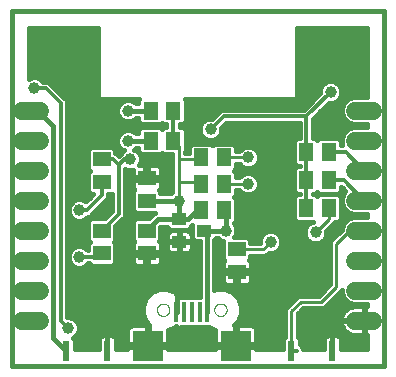
<source format=gbl>
G75*
%MOIN*%
%OFA0B0*%
%FSLAX25Y25*%
%IPPOS*%
%LPD*%
%AMOC8*
5,1,8,0,0,1.08239X$1,22.5*
%
%ADD10C,0.01600*%
%ADD11R,0.04724X0.04000*%
%ADD12R,0.01575X0.06890*%
%ADD13R,0.10000X0.10000*%
%ADD14C,0.00000*%
%ADD15C,0.06000*%
%ADD16R,0.05906X0.05118*%
%ADD17R,0.05118X0.05906*%
%ADD18R,0.02362X0.06693*%
%ADD19C,0.03962*%
%ADD20C,0.01200*%
%ADD21C,0.01000*%
D10*
X0008250Y0005000D02*
X0008250Y0123110D01*
X0132266Y0123110D01*
X0132266Y0005000D01*
X0008250Y0005000D01*
X0022000Y0014360D02*
X0022000Y0085000D01*
X0017000Y0090000D01*
X0014500Y0090000D01*
X0022398Y0097714D02*
X0037000Y0097714D01*
X0037000Y0099312D02*
X0020799Y0099312D01*
X0020411Y0099700D02*
X0018614Y0099700D01*
X0017779Y0100536D01*
X0016462Y0101081D01*
X0015038Y0101081D01*
X0013850Y0100589D01*
X0013850Y0117510D01*
X0037000Y0117510D01*
X0037000Y0093750D01*
X0050485Y0093750D01*
X0050351Y0093615D01*
X0050351Y0092400D01*
X0049664Y0092400D01*
X0049029Y0093036D01*
X0047712Y0093581D01*
X0046288Y0093581D01*
X0044971Y0093036D01*
X0043964Y0092029D01*
X0043419Y0090712D01*
X0043419Y0089288D01*
X0043964Y0087971D01*
X0044971Y0086964D01*
X0046288Y0086419D01*
X0047712Y0086419D01*
X0049029Y0086964D01*
X0049664Y0087600D01*
X0050351Y0087600D01*
X0050351Y0086384D01*
X0051288Y0085447D01*
X0057732Y0085447D01*
X0058250Y0085966D01*
X0058768Y0085447D01*
X0059790Y0085447D01*
X0059790Y0084553D01*
X0058768Y0084553D01*
X0058250Y0084034D01*
X0057732Y0084553D01*
X0051288Y0084553D01*
X0050351Y0083615D01*
X0050351Y0082400D01*
X0049664Y0082400D01*
X0049029Y0083036D01*
X0047712Y0083581D01*
X0046288Y0083581D01*
X0044971Y0083036D01*
X0043964Y0082029D01*
X0043419Y0080712D01*
X0043419Y0079288D01*
X0043964Y0077971D01*
X0044971Y0076964D01*
X0045539Y0076729D01*
X0044589Y0075779D01*
X0044534Y0075645D01*
X0043875Y0074986D01*
X0042911Y0075950D01*
X0042803Y0075950D01*
X0042803Y0076962D01*
X0041865Y0077899D01*
X0034634Y0077899D01*
X0033697Y0076962D01*
X0033697Y0070518D01*
X0034216Y0070000D01*
X0033697Y0069482D01*
X0033697Y0063038D01*
X0034634Y0062101D01*
X0035365Y0062101D01*
X0032977Y0059713D01*
X0032779Y0059911D01*
X0031462Y0060456D01*
X0030038Y0060456D01*
X0028721Y0059911D01*
X0027714Y0058904D01*
X0027169Y0057587D01*
X0027169Y0056163D01*
X0027714Y0054846D01*
X0028721Y0053839D01*
X0030038Y0053294D01*
X0031462Y0053294D01*
X0032779Y0053839D01*
X0033614Y0054675D01*
X0034161Y0054675D01*
X0035450Y0055964D01*
X0040450Y0060964D01*
X0040450Y0062101D01*
X0041675Y0062101D01*
X0041675Y0056526D01*
X0039298Y0054149D01*
X0034634Y0054149D01*
X0033697Y0053212D01*
X0033697Y0046768D01*
X0034216Y0046250D01*
X0033697Y0045732D01*
X0033697Y0043450D01*
X0033614Y0043450D01*
X0032779Y0044286D01*
X0031462Y0044831D01*
X0030038Y0044831D01*
X0028721Y0044286D01*
X0027714Y0043279D01*
X0027169Y0041962D01*
X0027169Y0040538D01*
X0027714Y0039221D01*
X0028721Y0038214D01*
X0030038Y0037669D01*
X0031462Y0037669D01*
X0032779Y0038214D01*
X0033614Y0039050D01*
X0033935Y0039050D01*
X0034634Y0038351D01*
X0041865Y0038351D01*
X0042803Y0039288D01*
X0042803Y0045732D01*
X0042284Y0046250D01*
X0042803Y0046768D01*
X0042803Y0051432D01*
X0044786Y0053415D01*
X0046075Y0054704D01*
X0046075Y0070516D01*
X0046913Y0070169D01*
X0048337Y0070169D01*
X0048497Y0070235D01*
X0048497Y0067970D01*
X0052770Y0067970D01*
X0052770Y0067011D01*
X0048497Y0067011D01*
X0048497Y0064694D01*
X0048620Y0064236D01*
X0048857Y0063826D01*
X0049074Y0063609D01*
X0048697Y0063232D01*
X0048697Y0056788D01*
X0049634Y0055851D01*
X0055824Y0055851D01*
X0055641Y0055775D01*
X0054015Y0054149D01*
X0049634Y0054149D01*
X0048697Y0053212D01*
X0048697Y0046768D01*
X0049074Y0046391D01*
X0048857Y0046174D01*
X0048620Y0045764D01*
X0048497Y0045306D01*
X0048497Y0042989D01*
X0052770Y0042989D01*
X0052770Y0042030D01*
X0048497Y0042030D01*
X0048497Y0039714D01*
X0048620Y0039256D01*
X0048857Y0038846D01*
X0049192Y0038510D01*
X0049602Y0038273D01*
X0050060Y0038151D01*
X0052770Y0038151D01*
X0052770Y0042030D01*
X0053730Y0042030D01*
X0053730Y0042989D01*
X0058003Y0042989D01*
X0058003Y0045306D01*
X0057880Y0045764D01*
X0057643Y0046174D01*
X0057426Y0046391D01*
X0057803Y0046768D01*
X0057803Y0051149D01*
X0057994Y0051340D01*
X0060115Y0051340D01*
X0060115Y0051077D01*
X0061052Y0050140D01*
X0067102Y0050140D01*
X0068039Y0051077D01*
X0068039Y0051577D01*
X0068350Y0051706D01*
X0068461Y0051817D01*
X0068461Y0047337D01*
X0069398Y0046400D01*
X0070968Y0046400D01*
X0070968Y0027860D01*
X0064748Y0027860D01*
X0064614Y0027937D01*
X0064156Y0028060D01*
X0063976Y0028060D01*
X0062593Y0029444D01*
X0060069Y0030489D01*
X0057337Y0030489D01*
X0054813Y0029444D01*
X0052881Y0027512D01*
X0051836Y0024988D01*
X0051836Y0022256D01*
X0052881Y0019732D01*
X0054121Y0018493D01*
X0053966Y0018493D01*
X0053966Y0012074D01*
X0060385Y0012074D01*
X0060385Y0016886D01*
X0062064Y0017582D01*
X0062108Y0017570D01*
X0063132Y0017570D01*
X0064156Y0017570D01*
X0064614Y0017693D01*
X0064748Y0017770D01*
X0073981Y0017770D01*
X0076115Y0016886D01*
X0076115Y0012074D01*
X0082534Y0012074D01*
X0082534Y0011312D01*
X0076115Y0011312D01*
X0076115Y0010600D01*
X0060385Y0010600D01*
X0060385Y0011312D01*
X0053966Y0011312D01*
X0053966Y0012074D01*
X0053204Y0012074D01*
X0053204Y0018493D01*
X0048348Y0018493D01*
X0047890Y0018370D01*
X0047479Y0018133D01*
X0047144Y0017798D01*
X0046907Y0017388D01*
X0046785Y0016930D01*
X0046785Y0012074D01*
X0053203Y0012074D01*
X0053203Y0011312D01*
X0046785Y0011312D01*
X0046785Y0010600D01*
X0043121Y0010600D01*
X0043121Y0013583D01*
X0042998Y0014041D01*
X0042761Y0014452D01*
X0042426Y0014787D01*
X0042016Y0015024D01*
X0041558Y0015146D01*
X0040140Y0015146D01*
X0040140Y0010600D01*
X0040140Y0010600D01*
X0040140Y0015146D01*
X0038722Y0015146D01*
X0038264Y0015024D01*
X0037853Y0014787D01*
X0037518Y0014452D01*
X0037281Y0014041D01*
X0037159Y0013583D01*
X0037159Y0010600D01*
X0029141Y0010600D01*
X0029141Y0014009D01*
X0028787Y0014364D01*
X0029029Y0014464D01*
X0030036Y0015471D01*
X0030581Y0016788D01*
X0030581Y0018212D01*
X0030036Y0019529D01*
X0029029Y0020536D01*
X0027712Y0021081D01*
X0026700Y0021081D01*
X0026700Y0093411D01*
X0025411Y0094700D01*
X0020411Y0099700D01*
X0016874Y0100911D02*
X0037000Y0100911D01*
X0037000Y0102509D02*
X0013850Y0102509D01*
X0013850Y0100911D02*
X0014626Y0100911D01*
X0013850Y0104108D02*
X0037000Y0104108D01*
X0037000Y0105706D02*
X0013850Y0105706D01*
X0013850Y0107305D02*
X0037000Y0107305D01*
X0037000Y0108903D02*
X0013850Y0108903D01*
X0013850Y0110502D02*
X0037000Y0110502D01*
X0037000Y0112100D02*
X0013850Y0112100D01*
X0013850Y0113699D02*
X0037000Y0113699D01*
X0037000Y0115297D02*
X0013850Y0115297D01*
X0013850Y0116896D02*
X0037000Y0116896D01*
X0037000Y0096115D02*
X0023996Y0096115D01*
X0025595Y0094517D02*
X0037000Y0094517D01*
X0043670Y0091320D02*
X0026700Y0091320D01*
X0026700Y0092918D02*
X0044854Y0092918D01*
X0043419Y0089721D02*
X0026700Y0089721D01*
X0026700Y0088123D02*
X0043901Y0088123D01*
X0046034Y0086524D02*
X0026700Y0086524D01*
X0026700Y0084926D02*
X0059790Y0084926D01*
X0064190Y0084926D02*
X0071111Y0084926D01*
X0070919Y0084462D02*
X0070919Y0083038D01*
X0071464Y0081721D01*
X0072471Y0080714D01*
X0073788Y0080169D01*
X0075212Y0080169D01*
X0076529Y0080714D01*
X0077536Y0081721D01*
X0078081Y0083038D01*
X0078081Y0084220D01*
X0079796Y0085935D01*
X0104185Y0085935D01*
X0104185Y0080803D01*
X0103163Y0080803D01*
X0102226Y0079865D01*
X0102226Y0072634D01*
X0103163Y0071697D01*
X0104185Y0071697D01*
X0104185Y0071428D01*
X0103163Y0071428D01*
X0102226Y0070490D01*
X0102226Y0063259D01*
X0103163Y0062322D01*
X0104185Y0062322D01*
X0104185Y0062053D01*
X0103163Y0062053D01*
X0102226Y0061115D01*
X0102226Y0053884D01*
X0103163Y0052947D01*
X0108766Y0052947D01*
X0107471Y0052411D01*
X0106464Y0051404D01*
X0105919Y0050087D01*
X0105919Y0048663D01*
X0106464Y0047346D01*
X0107471Y0046339D01*
X0108788Y0045794D01*
X0110212Y0045794D01*
X0111529Y0046339D01*
X0112536Y0047346D01*
X0113081Y0048663D01*
X0113081Y0049986D01*
X0115965Y0052870D01*
X0115965Y0052947D01*
X0117087Y0052947D01*
X0118024Y0053884D01*
X0118024Y0061115D01*
X0117087Y0062053D01*
X0110643Y0062053D01*
X0110125Y0061534D01*
X0109607Y0062053D01*
X0108585Y0062053D01*
X0108585Y0062322D01*
X0109607Y0062322D01*
X0110125Y0062841D01*
X0110643Y0062322D01*
X0117087Y0062322D01*
X0118024Y0063259D01*
X0118024Y0064615D01*
X0119442Y0063197D01*
X0118850Y0062606D01*
X0118150Y0060915D01*
X0118150Y0059085D01*
X0118850Y0057394D01*
X0120144Y0056100D01*
X0121835Y0055400D01*
X0126666Y0055400D01*
X0126666Y0054600D01*
X0121835Y0054600D01*
X0120144Y0053900D01*
X0118850Y0052606D01*
X0118150Y0050915D01*
X0118150Y0050370D01*
X0115505Y0047725D01*
X0114275Y0046495D01*
X0114275Y0032120D01*
X0110505Y0028350D01*
X0103630Y0028350D01*
X0100505Y0025225D01*
X0099275Y0023995D01*
X0099275Y0014705D01*
X0098579Y0014009D01*
X0098579Y0010600D01*
X0089715Y0010600D01*
X0089715Y0011312D01*
X0083297Y0011312D01*
X0083297Y0012074D01*
X0089715Y0012074D01*
X0089715Y0016930D01*
X0089593Y0017388D01*
X0089356Y0017798D01*
X0089021Y0018133D01*
X0088610Y0018370D01*
X0088152Y0018493D01*
X0083296Y0018493D01*
X0083296Y0012074D01*
X0082534Y0012074D01*
X0082534Y0018493D01*
X0082379Y0018493D01*
X0083619Y0019732D01*
X0084664Y0022256D01*
X0084664Y0024988D01*
X0083619Y0027512D01*
X0081687Y0029444D01*
X0079163Y0030489D01*
X0076431Y0030489D01*
X0075768Y0030214D01*
X0075768Y0046720D01*
X0076385Y0047337D01*
X0076385Y0047600D01*
X0076836Y0047600D01*
X0077471Y0046964D01*
X0078697Y0046456D01*
X0078697Y0040518D01*
X0079074Y0040141D01*
X0078857Y0039924D01*
X0078620Y0039514D01*
X0078497Y0039056D01*
X0078497Y0036739D01*
X0082770Y0036739D01*
X0082770Y0035780D01*
X0078497Y0035780D01*
X0078497Y0033464D01*
X0078620Y0033006D01*
X0078857Y0032596D01*
X0079192Y0032260D01*
X0079602Y0032023D01*
X0080060Y0031901D01*
X0082770Y0031901D01*
X0082770Y0035780D01*
X0083730Y0035780D01*
X0083730Y0036739D01*
X0088003Y0036739D01*
X0088003Y0039056D01*
X0087880Y0039514D01*
X0087643Y0039924D01*
X0087426Y0040141D01*
X0087803Y0040518D01*
X0087803Y0041640D01*
X0092860Y0041640D01*
X0093889Y0042669D01*
X0095212Y0042669D01*
X0096529Y0043214D01*
X0097536Y0044221D01*
X0098081Y0045538D01*
X0098081Y0046962D01*
X0097536Y0048279D01*
X0096529Y0049286D01*
X0095212Y0049831D01*
X0093788Y0049831D01*
X0092471Y0049286D01*
X0091464Y0048279D01*
X0090919Y0046962D01*
X0090919Y0045840D01*
X0087803Y0045840D01*
X0087803Y0046962D01*
X0086865Y0047899D01*
X0082464Y0047899D01*
X0082536Y0047971D01*
X0083081Y0049288D01*
X0083081Y0050712D01*
X0082536Y0052029D01*
X0082165Y0052400D01*
X0083024Y0053259D01*
X0083024Y0060490D01*
X0082265Y0061250D01*
X0083024Y0062009D01*
X0083024Y0063525D01*
X0084036Y0063525D01*
X0084971Y0062589D01*
X0086288Y0062044D01*
X0087712Y0062044D01*
X0089029Y0062589D01*
X0090036Y0063596D01*
X0090581Y0064913D01*
X0090581Y0066337D01*
X0090036Y0067654D01*
X0089029Y0068661D01*
X0087712Y0069206D01*
X0086288Y0069206D01*
X0084971Y0068661D01*
X0084036Y0067725D01*
X0083024Y0067725D01*
X0083024Y0069240D01*
X0082265Y0070000D01*
X0083024Y0070759D01*
X0083024Y0072275D01*
X0084036Y0072275D01*
X0084971Y0071339D01*
X0086288Y0070794D01*
X0087712Y0070794D01*
X0089029Y0071339D01*
X0090036Y0072346D01*
X0090581Y0073663D01*
X0090581Y0075087D01*
X0090036Y0076404D01*
X0089029Y0077411D01*
X0087712Y0077956D01*
X0086288Y0077956D01*
X0084971Y0077411D01*
X0084036Y0076475D01*
X0083024Y0076475D01*
X0083024Y0077990D01*
X0082087Y0078928D01*
X0075643Y0078928D01*
X0075125Y0078409D01*
X0074607Y0078928D01*
X0068163Y0078928D01*
X0067226Y0077990D01*
X0067226Y0075850D01*
X0065975Y0075850D01*
X0065975Y0076210D01*
X0066149Y0076384D01*
X0066149Y0083615D01*
X0065212Y0084553D01*
X0064190Y0084553D01*
X0064190Y0085447D01*
X0065212Y0085447D01*
X0066149Y0086384D01*
X0066149Y0093615D01*
X0066015Y0093750D01*
X0103250Y0093750D01*
X0103250Y0117510D01*
X0126666Y0117510D01*
X0126666Y0094600D01*
X0121835Y0094600D01*
X0120144Y0093900D01*
X0118850Y0092606D01*
X0118150Y0090915D01*
X0118150Y0089085D01*
X0118850Y0087394D01*
X0120144Y0086100D01*
X0121835Y0085400D01*
X0126666Y0085400D01*
X0126666Y0084600D01*
X0121835Y0084600D01*
X0120144Y0083900D01*
X0118850Y0082606D01*
X0118150Y0080915D01*
X0118150Y0079085D01*
X0118413Y0078450D01*
X0118024Y0078450D01*
X0118024Y0079865D01*
X0117087Y0080803D01*
X0110643Y0080803D01*
X0110125Y0080284D01*
X0109607Y0080803D01*
X0108585Y0080803D01*
X0108585Y0087224D01*
X0114030Y0092669D01*
X0115212Y0092669D01*
X0116529Y0093214D01*
X0117536Y0094221D01*
X0118081Y0095538D01*
X0118081Y0096962D01*
X0117536Y0098279D01*
X0116529Y0099286D01*
X0115212Y0099831D01*
X0113788Y0099831D01*
X0112471Y0099286D01*
X0111464Y0098279D01*
X0110919Y0096962D01*
X0110919Y0095780D01*
X0105474Y0090335D01*
X0077974Y0090335D01*
X0074970Y0087331D01*
X0073788Y0087331D01*
X0072471Y0086786D01*
X0071464Y0085779D01*
X0070919Y0084462D01*
X0070919Y0083327D02*
X0066149Y0083327D01*
X0066149Y0081729D02*
X0071461Y0081729D01*
X0075003Y0078532D02*
X0075247Y0078532D01*
X0077539Y0081729D02*
X0104185Y0081729D01*
X0102490Y0080130D02*
X0066149Y0080130D01*
X0066149Y0078532D02*
X0067767Y0078532D01*
X0067226Y0076933D02*
X0066149Y0076933D01*
X0061775Y0075447D02*
X0061775Y0062964D01*
X0061220Y0062410D01*
X0057803Y0062410D01*
X0057803Y0063232D01*
X0057426Y0063609D01*
X0057643Y0063826D01*
X0057880Y0064236D01*
X0058003Y0064694D01*
X0058003Y0067011D01*
X0053730Y0067011D01*
X0053730Y0067970D01*
X0058003Y0067970D01*
X0058003Y0070286D01*
X0057880Y0070744D01*
X0057643Y0071154D01*
X0057308Y0071490D01*
X0056898Y0071727D01*
X0056440Y0071849D01*
X0053730Y0071849D01*
X0053730Y0067970D01*
X0052770Y0067970D01*
X0052770Y0071849D01*
X0050714Y0071849D01*
X0051206Y0073038D01*
X0051206Y0074462D01*
X0050661Y0075779D01*
X0049654Y0076786D01*
X0049086Y0077021D01*
X0049664Y0077600D01*
X0050351Y0077600D01*
X0050351Y0076384D01*
X0051288Y0075447D01*
X0057732Y0075447D01*
X0058250Y0075966D01*
X0058768Y0075447D01*
X0061775Y0075447D01*
X0061775Y0075334D02*
X0050845Y0075334D01*
X0051206Y0073736D02*
X0061775Y0073736D01*
X0061775Y0072137D02*
X0050833Y0072137D01*
X0052770Y0070539D02*
X0053730Y0070539D01*
X0053730Y0068940D02*
X0052770Y0068940D01*
X0052770Y0067342D02*
X0046075Y0067342D01*
X0046075Y0068940D02*
X0048497Y0068940D01*
X0048497Y0065743D02*
X0046075Y0065743D01*
X0046075Y0064145D02*
X0048673Y0064145D01*
X0048697Y0062546D02*
X0046075Y0062546D01*
X0046075Y0060948D02*
X0048697Y0060948D01*
X0048697Y0059349D02*
X0046075Y0059349D01*
X0046075Y0057751D02*
X0048697Y0057751D01*
X0049333Y0056152D02*
X0046075Y0056152D01*
X0045925Y0054554D02*
X0054420Y0054554D01*
X0057000Y0053740D02*
X0053250Y0049990D01*
X0048697Y0049758D02*
X0042803Y0049758D01*
X0042803Y0048160D02*
X0048697Y0048160D01*
X0048904Y0046561D02*
X0042596Y0046561D01*
X0042803Y0044963D02*
X0048497Y0044963D01*
X0048497Y0043364D02*
X0042803Y0043364D01*
X0042803Y0041766D02*
X0048497Y0041766D01*
X0048497Y0040167D02*
X0042803Y0040167D01*
X0042083Y0038569D02*
X0049134Y0038569D01*
X0052770Y0038569D02*
X0053730Y0038569D01*
X0053730Y0038151D02*
X0056440Y0038151D01*
X0056898Y0038273D01*
X0057308Y0038510D01*
X0057643Y0038846D01*
X0057880Y0039256D01*
X0058003Y0039714D01*
X0058003Y0042030D01*
X0053730Y0042030D01*
X0053730Y0038151D01*
X0053730Y0040167D02*
X0052770Y0040167D01*
X0052770Y0041766D02*
X0053730Y0041766D01*
X0058003Y0041766D02*
X0070968Y0041766D01*
X0070968Y0043364D02*
X0068000Y0043364D01*
X0068116Y0043565D02*
X0068239Y0044023D01*
X0068239Y0046060D01*
X0064277Y0046060D01*
X0064277Y0046460D01*
X0068239Y0046460D01*
X0068239Y0048497D01*
X0068116Y0048955D01*
X0067879Y0049365D01*
X0067544Y0049700D01*
X0067134Y0049937D01*
X0066676Y0050060D01*
X0064277Y0050060D01*
X0064277Y0046460D01*
X0063877Y0046460D01*
X0063877Y0050060D01*
X0061478Y0050060D01*
X0061020Y0049937D01*
X0060609Y0049700D01*
X0060274Y0049365D01*
X0060037Y0048955D01*
X0059915Y0048497D01*
X0059915Y0046460D01*
X0063877Y0046460D01*
X0063877Y0046060D01*
X0064277Y0046060D01*
X0064277Y0042460D01*
X0066676Y0042460D01*
X0067134Y0042583D01*
X0067544Y0042819D01*
X0067879Y0043155D01*
X0068116Y0043565D01*
X0068239Y0044963D02*
X0070968Y0044963D01*
X0069237Y0046561D02*
X0068239Y0046561D01*
X0068239Y0048160D02*
X0068461Y0048160D01*
X0068461Y0049758D02*
X0067444Y0049758D01*
X0068039Y0051357D02*
X0068461Y0051357D01*
X0066990Y0053740D02*
X0070125Y0056875D01*
X0071385Y0056875D01*
X0066990Y0053740D02*
X0064077Y0053740D01*
X0064077Y0059798D01*
X0063865Y0060010D01*
X0053250Y0060010D01*
X0057803Y0062546D02*
X0061357Y0062546D01*
X0061775Y0064145D02*
X0057827Y0064145D01*
X0058003Y0065743D02*
X0061775Y0065743D01*
X0061775Y0067342D02*
X0053730Y0067342D01*
X0058003Y0068940D02*
X0061775Y0068940D01*
X0061775Y0070539D02*
X0057935Y0070539D01*
X0050351Y0076933D02*
X0049298Y0076933D01*
X0047000Y0080000D02*
X0054510Y0080000D01*
X0050351Y0083327D02*
X0048326Y0083327D01*
X0045674Y0083327D02*
X0026700Y0083327D01*
X0026700Y0081729D02*
X0043840Y0081729D01*
X0043419Y0080130D02*
X0026700Y0080130D01*
X0026700Y0078532D02*
X0043732Y0078532D01*
X0042803Y0076933D02*
X0045046Y0076933D01*
X0044223Y0075334D02*
X0043527Y0075334D01*
X0033697Y0075334D02*
X0026700Y0075334D01*
X0026700Y0073736D02*
X0033697Y0073736D01*
X0033697Y0072137D02*
X0026700Y0072137D01*
X0026700Y0070539D02*
X0033697Y0070539D01*
X0033697Y0068940D02*
X0026700Y0068940D01*
X0026700Y0067342D02*
X0033697Y0067342D01*
X0033697Y0065743D02*
X0026700Y0065743D01*
X0026700Y0064145D02*
X0033697Y0064145D01*
X0034189Y0062546D02*
X0026700Y0062546D01*
X0026700Y0060948D02*
X0034212Y0060948D01*
X0037237Y0057751D02*
X0041675Y0057751D01*
X0041301Y0056152D02*
X0035639Y0056152D01*
X0033493Y0054554D02*
X0039702Y0054554D01*
X0042803Y0051357D02*
X0048697Y0051357D01*
X0048697Y0052955D02*
X0044326Y0052955D01*
X0041675Y0059349D02*
X0038836Y0059349D01*
X0040434Y0060948D02*
X0041675Y0060948D01*
X0033697Y0052955D02*
X0026700Y0052955D01*
X0026700Y0051357D02*
X0033697Y0051357D01*
X0033697Y0049758D02*
X0026700Y0049758D01*
X0026700Y0048160D02*
X0033697Y0048160D01*
X0033904Y0046561D02*
X0026700Y0046561D01*
X0026700Y0044963D02*
X0033697Y0044963D01*
X0027800Y0043364D02*
X0026700Y0043364D01*
X0026700Y0041766D02*
X0027169Y0041766D01*
X0027322Y0040167D02*
X0026700Y0040167D01*
X0026700Y0038569D02*
X0028367Y0038569D01*
X0026700Y0036970D02*
X0070968Y0036970D01*
X0070968Y0035372D02*
X0026700Y0035372D01*
X0026700Y0033773D02*
X0070968Y0033773D01*
X0070968Y0032175D02*
X0026700Y0032175D01*
X0026700Y0030576D02*
X0070968Y0030576D01*
X0070968Y0028978D02*
X0063058Y0028978D01*
X0063250Y0030000D02*
X0064077Y0030827D01*
X0064077Y0046260D01*
X0063877Y0046060D02*
X0063877Y0042460D01*
X0061478Y0042460D01*
X0061020Y0042583D01*
X0060609Y0042819D01*
X0060274Y0043155D01*
X0060037Y0043565D01*
X0059915Y0044023D01*
X0059915Y0046060D01*
X0063877Y0046060D01*
X0063877Y0046561D02*
X0064277Y0046561D01*
X0064277Y0044963D02*
X0063877Y0044963D01*
X0063877Y0043364D02*
X0064277Y0043364D01*
X0060153Y0043364D02*
X0058003Y0043364D01*
X0058003Y0044963D02*
X0059915Y0044963D01*
X0059915Y0046561D02*
X0057596Y0046561D01*
X0057803Y0048160D02*
X0059915Y0048160D01*
X0060710Y0049758D02*
X0057803Y0049758D01*
X0057000Y0053740D02*
X0064077Y0053740D01*
X0063250Y0054567D02*
X0062817Y0054567D01*
X0063877Y0049758D02*
X0064277Y0049758D01*
X0064277Y0048160D02*
X0063877Y0048160D01*
X0072423Y0050000D02*
X0073368Y0049055D01*
X0073368Y0022815D01*
X0076115Y0016190D02*
X0060385Y0016190D01*
X0060385Y0014591D02*
X0076115Y0014591D01*
X0076115Y0012993D02*
X0060385Y0012993D01*
X0063132Y0017570D02*
X0063132Y0018340D01*
X0063132Y0017570D01*
X0063132Y0017788D02*
X0063132Y0017788D01*
X0063132Y0018340D02*
X0063132Y0018340D01*
X0063132Y0022815D02*
X0063250Y0022933D01*
X0063250Y0030000D01*
X0054347Y0028978D02*
X0026700Y0028978D01*
X0026700Y0027379D02*
X0052826Y0027379D01*
X0052164Y0025781D02*
X0026700Y0025781D01*
X0026700Y0024182D02*
X0051836Y0024182D01*
X0051836Y0022584D02*
X0026700Y0022584D01*
X0027944Y0020985D02*
X0052362Y0020985D01*
X0053227Y0019387D02*
X0030095Y0019387D01*
X0030581Y0017788D02*
X0047138Y0017788D01*
X0046785Y0016190D02*
X0030333Y0016190D01*
X0029155Y0014591D02*
X0037658Y0014591D01*
X0037159Y0012993D02*
X0029141Y0012993D01*
X0029141Y0011394D02*
X0037159Y0011394D01*
X0040140Y0011394D02*
X0040140Y0011394D01*
X0040140Y0012993D02*
X0040140Y0012993D01*
X0040140Y0014591D02*
X0040140Y0014591D01*
X0042622Y0014591D02*
X0046785Y0014591D01*
X0046785Y0012993D02*
X0043121Y0012993D01*
X0043121Y0011394D02*
X0053203Y0011394D01*
X0053966Y0011394D02*
X0082534Y0011394D01*
X0083297Y0011394D02*
X0098579Y0011394D01*
X0098579Y0012993D02*
X0089715Y0012993D01*
X0089715Y0014591D02*
X0099161Y0014591D01*
X0099275Y0016190D02*
X0089715Y0016190D01*
X0089362Y0017788D02*
X0099275Y0017788D01*
X0099275Y0019387D02*
X0083273Y0019387D01*
X0083296Y0017788D02*
X0082534Y0017788D01*
X0082534Y0016190D02*
X0083296Y0016190D01*
X0083296Y0014591D02*
X0082534Y0014591D01*
X0082534Y0012993D02*
X0083296Y0012993D01*
X0084138Y0020985D02*
X0099275Y0020985D01*
X0099275Y0022584D02*
X0084664Y0022584D01*
X0084664Y0024182D02*
X0099462Y0024182D01*
X0101061Y0025781D02*
X0084336Y0025781D01*
X0083674Y0027379D02*
X0102659Y0027379D01*
X0105370Y0024150D02*
X0103475Y0022255D01*
X0103475Y0014676D01*
X0104141Y0014009D01*
X0104141Y0012200D01*
X0104161Y0012200D01*
X0105450Y0010911D01*
X0105450Y0010600D01*
X0112159Y0010600D01*
X0112159Y0013583D01*
X0112281Y0014041D01*
X0112518Y0014452D01*
X0112853Y0014787D01*
X0113264Y0015024D01*
X0113722Y0015146D01*
X0115140Y0015146D01*
X0115140Y0010600D01*
X0115140Y0010600D01*
X0115140Y0015146D01*
X0116558Y0015146D01*
X0117016Y0015024D01*
X0117426Y0014787D01*
X0117761Y0014452D01*
X0117998Y0014041D01*
X0118121Y0013583D01*
X0118121Y0010600D01*
X0126666Y0010600D01*
X0126666Y0015200D01*
X0125950Y0015200D01*
X0125950Y0019800D01*
X0125550Y0019800D01*
X0125550Y0015200D01*
X0122372Y0015200D01*
X0121626Y0015318D01*
X0120907Y0015552D01*
X0120234Y0015895D01*
X0119623Y0016339D01*
X0119089Y0016873D01*
X0118645Y0017484D01*
X0118302Y0018157D01*
X0118068Y0018876D01*
X0117950Y0019622D01*
X0117950Y0019800D01*
X0125550Y0019800D01*
X0125550Y0020200D01*
X0125550Y0024800D01*
X0122372Y0024800D01*
X0121626Y0024682D01*
X0120907Y0024448D01*
X0120234Y0024105D01*
X0119623Y0023661D01*
X0119089Y0023127D01*
X0118645Y0022516D01*
X0118302Y0021843D01*
X0118068Y0021124D01*
X0117950Y0020378D01*
X0117950Y0020200D01*
X0125550Y0020200D01*
X0125950Y0020200D01*
X0125950Y0024800D01*
X0126666Y0024800D01*
X0126666Y0025400D01*
X0121835Y0025400D01*
X0120144Y0026100D01*
X0118850Y0027394D01*
X0118150Y0029085D01*
X0118150Y0030055D01*
X0113475Y0025380D01*
X0112245Y0024150D01*
X0105370Y0024150D01*
X0103803Y0022584D02*
X0118694Y0022584D01*
X0118046Y0020985D02*
X0103475Y0020985D01*
X0103475Y0019387D02*
X0117987Y0019387D01*
X0118490Y0017788D02*
X0103475Y0017788D01*
X0103475Y0016190D02*
X0119828Y0016190D01*
X0117622Y0014591D02*
X0126666Y0014591D01*
X0126666Y0012993D02*
X0118121Y0012993D01*
X0118121Y0011394D02*
X0126666Y0011394D01*
X0125950Y0016190D02*
X0125550Y0016190D01*
X0125550Y0017788D02*
X0125950Y0017788D01*
X0125950Y0019387D02*
X0125550Y0019387D01*
X0125550Y0020985D02*
X0125950Y0020985D01*
X0125950Y0022584D02*
X0125550Y0022584D01*
X0125550Y0024182D02*
X0125950Y0024182D01*
X0120916Y0025781D02*
X0113875Y0025781D01*
X0112277Y0024182D02*
X0120385Y0024182D01*
X0118865Y0027379D02*
X0115474Y0027379D01*
X0117073Y0028978D02*
X0118194Y0028978D01*
X0114275Y0032175D02*
X0087159Y0032175D01*
X0087308Y0032260D02*
X0087643Y0032596D01*
X0087880Y0033006D01*
X0088003Y0033464D01*
X0088003Y0035780D01*
X0083730Y0035780D01*
X0083730Y0031901D01*
X0086440Y0031901D01*
X0086898Y0032023D01*
X0087308Y0032260D01*
X0088003Y0033773D02*
X0114275Y0033773D01*
X0114275Y0035372D02*
X0088003Y0035372D01*
X0088003Y0036970D02*
X0114275Y0036970D01*
X0114275Y0038569D02*
X0088003Y0038569D01*
X0087452Y0040167D02*
X0114275Y0040167D01*
X0114275Y0041766D02*
X0092986Y0041766D01*
X0096679Y0043364D02*
X0114275Y0043364D01*
X0114275Y0044963D02*
X0097843Y0044963D01*
X0098081Y0046561D02*
X0107249Y0046561D01*
X0106127Y0048160D02*
X0097585Y0048160D01*
X0095388Y0049758D02*
X0105919Y0049758D01*
X0106445Y0051357D02*
X0082814Y0051357D01*
X0082720Y0052955D02*
X0103155Y0052955D01*
X0102226Y0054554D02*
X0083024Y0054554D01*
X0083024Y0056152D02*
X0102226Y0056152D01*
X0102226Y0057751D02*
X0083024Y0057751D01*
X0083024Y0059349D02*
X0102226Y0059349D01*
X0102226Y0060948D02*
X0082567Y0060948D01*
X0083024Y0062546D02*
X0085074Y0062546D01*
X0088925Y0062546D02*
X0102939Y0062546D01*
X0102226Y0064145D02*
X0090263Y0064145D01*
X0090581Y0065743D02*
X0102226Y0065743D01*
X0102226Y0067342D02*
X0090165Y0067342D01*
X0088354Y0068940D02*
X0102226Y0068940D01*
X0102274Y0070539D02*
X0082804Y0070539D01*
X0083024Y0068940D02*
X0085646Y0068940D01*
X0084173Y0072137D02*
X0083024Y0072137D01*
X0083024Y0076933D02*
X0084494Y0076933D01*
X0082483Y0078532D02*
X0102226Y0078532D01*
X0102226Y0076933D02*
X0089506Y0076933D01*
X0090479Y0075334D02*
X0102226Y0075334D01*
X0102226Y0073736D02*
X0090581Y0073736D01*
X0089827Y0072137D02*
X0102723Y0072137D01*
X0108585Y0081729D02*
X0118487Y0081729D01*
X0118150Y0080130D02*
X0117760Y0080130D01*
X0118024Y0078532D02*
X0118379Y0078532D01*
X0119572Y0083327D02*
X0108585Y0083327D01*
X0108585Y0084926D02*
X0126666Y0084926D01*
X0119721Y0086524D02*
X0108585Y0086524D01*
X0109484Y0088123D02*
X0118549Y0088123D01*
X0118150Y0089721D02*
X0111082Y0089721D01*
X0112681Y0091320D02*
X0118318Y0091320D01*
X0119163Y0092918D02*
X0115814Y0092918D01*
X0117658Y0094517D02*
X0121634Y0094517D01*
X0118081Y0096115D02*
X0126666Y0096115D01*
X0126666Y0097714D02*
X0117770Y0097714D01*
X0116465Y0099312D02*
X0126666Y0099312D01*
X0126666Y0100911D02*
X0103250Y0100911D01*
X0103250Y0102509D02*
X0126666Y0102509D01*
X0126666Y0104108D02*
X0103250Y0104108D01*
X0103250Y0105706D02*
X0126666Y0105706D01*
X0126666Y0107305D02*
X0103250Y0107305D01*
X0103250Y0108903D02*
X0126666Y0108903D01*
X0126666Y0110502D02*
X0103250Y0110502D01*
X0103250Y0112100D02*
X0126666Y0112100D01*
X0126666Y0113699D02*
X0103250Y0113699D01*
X0103250Y0115297D02*
X0126666Y0115297D01*
X0126666Y0116896D02*
X0103250Y0116896D01*
X0103250Y0099312D02*
X0112535Y0099312D01*
X0111230Y0097714D02*
X0103250Y0097714D01*
X0103250Y0096115D02*
X0110919Y0096115D01*
X0109655Y0094517D02*
X0103250Y0094517D01*
X0106458Y0091320D02*
X0066149Y0091320D01*
X0066149Y0092918D02*
X0108057Y0092918D01*
X0104185Y0084926D02*
X0078787Y0084926D01*
X0078081Y0083327D02*
X0104185Y0083327D01*
X0118024Y0064145D02*
X0118494Y0064145D01*
X0118826Y0062546D02*
X0117311Y0062546D01*
X0118024Y0060948D02*
X0118164Y0060948D01*
X0118150Y0059349D02*
X0118024Y0059349D01*
X0118024Y0057751D02*
X0118703Y0057751D01*
X0118024Y0056152D02*
X0120092Y0056152D01*
X0121724Y0054554D02*
X0118024Y0054554D01*
X0117095Y0052955D02*
X0119200Y0052955D01*
X0118333Y0051357D02*
X0114452Y0051357D01*
X0113081Y0049758D02*
X0117538Y0049758D01*
X0115940Y0048160D02*
X0112873Y0048160D01*
X0111751Y0046561D02*
X0114341Y0046561D01*
X0115505Y0047725D02*
X0115505Y0047725D01*
X0110419Y0062546D02*
X0109831Y0062546D01*
X0093612Y0049758D02*
X0083081Y0049758D01*
X0082614Y0048160D02*
X0091415Y0048160D01*
X0090919Y0046561D02*
X0087803Y0046561D01*
X0079500Y0050000D02*
X0079500Y0056240D01*
X0078865Y0056875D01*
X0079500Y0050000D02*
X0072423Y0050000D01*
X0075768Y0046561D02*
X0078444Y0046561D01*
X0078697Y0044963D02*
X0075768Y0044963D01*
X0075768Y0043364D02*
X0078697Y0043364D01*
X0078697Y0041766D02*
X0075768Y0041766D01*
X0075768Y0040167D02*
X0079048Y0040167D01*
X0078497Y0038569D02*
X0075768Y0038569D01*
X0075768Y0036970D02*
X0078497Y0036970D01*
X0078497Y0035372D02*
X0075768Y0035372D01*
X0075768Y0033773D02*
X0078497Y0033773D01*
X0079340Y0032175D02*
X0075768Y0032175D01*
X0075768Y0030576D02*
X0112731Y0030576D01*
X0111133Y0028978D02*
X0082153Y0028978D01*
X0082770Y0032175D02*
X0083730Y0032175D01*
X0083730Y0033773D02*
X0082770Y0033773D01*
X0082770Y0035372D02*
X0083730Y0035372D01*
X0070968Y0038569D02*
X0057366Y0038569D01*
X0058003Y0040167D02*
X0070968Y0040167D01*
X0053966Y0017788D02*
X0053204Y0017788D01*
X0053204Y0016190D02*
X0053966Y0016190D01*
X0053966Y0014591D02*
X0053204Y0014591D01*
X0053204Y0012993D02*
X0053966Y0012993D01*
X0026360Y0010000D02*
X0022000Y0014360D01*
X0033133Y0038569D02*
X0034417Y0038569D01*
X0028007Y0054554D02*
X0026700Y0054554D01*
X0026700Y0056152D02*
X0027173Y0056152D01*
X0027237Y0057751D02*
X0026700Y0057751D01*
X0026700Y0059349D02*
X0028160Y0059349D01*
X0026700Y0076933D02*
X0033697Y0076933D01*
X0047966Y0086524D02*
X0050351Y0086524D01*
X0047000Y0090000D02*
X0054510Y0090000D01*
X0050351Y0092918D02*
X0049146Y0092918D01*
X0066149Y0089721D02*
X0077360Y0089721D01*
X0075761Y0088123D02*
X0066149Y0088123D01*
X0066149Y0086524D02*
X0072210Y0086524D01*
X0103559Y0014591D02*
X0112658Y0014591D01*
X0112159Y0012993D02*
X0104141Y0012993D01*
X0104967Y0011394D02*
X0112159Y0011394D01*
X0115140Y0011394D02*
X0115140Y0011394D01*
X0115140Y0012993D02*
X0115140Y0012993D01*
X0115140Y0014591D02*
X0115140Y0014591D01*
D11*
X0072423Y0050000D03*
X0064077Y0046260D03*
X0064077Y0053740D03*
D12*
X0063132Y0022815D03*
X0065691Y0022815D03*
X0068250Y0022815D03*
X0070809Y0022815D03*
X0073368Y0022815D03*
D13*
X0082915Y0011693D03*
X0053585Y0011693D03*
D14*
X0056636Y0023622D02*
X0056638Y0023713D01*
X0056644Y0023803D01*
X0056654Y0023894D01*
X0056668Y0023983D01*
X0056686Y0024072D01*
X0056707Y0024161D01*
X0056733Y0024248D01*
X0056762Y0024334D01*
X0056796Y0024418D01*
X0056832Y0024501D01*
X0056873Y0024583D01*
X0056917Y0024662D01*
X0056964Y0024740D01*
X0057015Y0024815D01*
X0057069Y0024888D01*
X0057126Y0024958D01*
X0057186Y0025026D01*
X0057249Y0025092D01*
X0057315Y0025154D01*
X0057384Y0025213D01*
X0057455Y0025270D01*
X0057529Y0025323D01*
X0057605Y0025373D01*
X0057683Y0025420D01*
X0057763Y0025463D01*
X0057844Y0025502D01*
X0057928Y0025538D01*
X0058013Y0025570D01*
X0058099Y0025599D01*
X0058186Y0025623D01*
X0058275Y0025644D01*
X0058364Y0025661D01*
X0058454Y0025674D01*
X0058544Y0025683D01*
X0058635Y0025688D01*
X0058726Y0025689D01*
X0058816Y0025686D01*
X0058907Y0025679D01*
X0058997Y0025668D01*
X0059087Y0025653D01*
X0059176Y0025634D01*
X0059264Y0025612D01*
X0059350Y0025585D01*
X0059436Y0025555D01*
X0059520Y0025521D01*
X0059603Y0025483D01*
X0059684Y0025442D01*
X0059763Y0025397D01*
X0059840Y0025348D01*
X0059914Y0025297D01*
X0059987Y0025242D01*
X0060057Y0025184D01*
X0060124Y0025123D01*
X0060188Y0025059D01*
X0060250Y0024993D01*
X0060309Y0024923D01*
X0060364Y0024852D01*
X0060417Y0024777D01*
X0060466Y0024701D01*
X0060512Y0024623D01*
X0060554Y0024542D01*
X0060593Y0024460D01*
X0060628Y0024376D01*
X0060659Y0024291D01*
X0060686Y0024204D01*
X0060710Y0024117D01*
X0060730Y0024028D01*
X0060746Y0023939D01*
X0060758Y0023849D01*
X0060766Y0023758D01*
X0060770Y0023667D01*
X0060770Y0023577D01*
X0060766Y0023486D01*
X0060758Y0023395D01*
X0060746Y0023305D01*
X0060730Y0023216D01*
X0060710Y0023127D01*
X0060686Y0023040D01*
X0060659Y0022953D01*
X0060628Y0022868D01*
X0060593Y0022784D01*
X0060554Y0022702D01*
X0060512Y0022621D01*
X0060466Y0022543D01*
X0060417Y0022467D01*
X0060364Y0022392D01*
X0060309Y0022321D01*
X0060250Y0022251D01*
X0060188Y0022185D01*
X0060124Y0022121D01*
X0060057Y0022060D01*
X0059987Y0022002D01*
X0059914Y0021947D01*
X0059840Y0021896D01*
X0059763Y0021847D01*
X0059684Y0021802D01*
X0059603Y0021761D01*
X0059520Y0021723D01*
X0059436Y0021689D01*
X0059350Y0021659D01*
X0059264Y0021632D01*
X0059176Y0021610D01*
X0059087Y0021591D01*
X0058997Y0021576D01*
X0058907Y0021565D01*
X0058816Y0021558D01*
X0058726Y0021555D01*
X0058635Y0021556D01*
X0058544Y0021561D01*
X0058454Y0021570D01*
X0058364Y0021583D01*
X0058275Y0021600D01*
X0058186Y0021621D01*
X0058099Y0021645D01*
X0058013Y0021674D01*
X0057928Y0021706D01*
X0057844Y0021742D01*
X0057763Y0021781D01*
X0057683Y0021824D01*
X0057605Y0021871D01*
X0057529Y0021921D01*
X0057455Y0021974D01*
X0057384Y0022031D01*
X0057315Y0022090D01*
X0057249Y0022152D01*
X0057186Y0022218D01*
X0057126Y0022286D01*
X0057069Y0022356D01*
X0057015Y0022429D01*
X0056964Y0022504D01*
X0056917Y0022582D01*
X0056873Y0022661D01*
X0056832Y0022743D01*
X0056796Y0022826D01*
X0056762Y0022910D01*
X0056733Y0022996D01*
X0056707Y0023083D01*
X0056686Y0023172D01*
X0056668Y0023261D01*
X0056654Y0023350D01*
X0056644Y0023441D01*
X0056638Y0023531D01*
X0056636Y0023622D01*
X0075730Y0023622D02*
X0075732Y0023713D01*
X0075738Y0023803D01*
X0075748Y0023894D01*
X0075762Y0023983D01*
X0075780Y0024072D01*
X0075801Y0024161D01*
X0075827Y0024248D01*
X0075856Y0024334D01*
X0075890Y0024418D01*
X0075926Y0024501D01*
X0075967Y0024583D01*
X0076011Y0024662D01*
X0076058Y0024740D01*
X0076109Y0024815D01*
X0076163Y0024888D01*
X0076220Y0024958D01*
X0076280Y0025026D01*
X0076343Y0025092D01*
X0076409Y0025154D01*
X0076478Y0025213D01*
X0076549Y0025270D01*
X0076623Y0025323D01*
X0076699Y0025373D01*
X0076777Y0025420D01*
X0076857Y0025463D01*
X0076938Y0025502D01*
X0077022Y0025538D01*
X0077107Y0025570D01*
X0077193Y0025599D01*
X0077280Y0025623D01*
X0077369Y0025644D01*
X0077458Y0025661D01*
X0077548Y0025674D01*
X0077638Y0025683D01*
X0077729Y0025688D01*
X0077820Y0025689D01*
X0077910Y0025686D01*
X0078001Y0025679D01*
X0078091Y0025668D01*
X0078181Y0025653D01*
X0078270Y0025634D01*
X0078358Y0025612D01*
X0078444Y0025585D01*
X0078530Y0025555D01*
X0078614Y0025521D01*
X0078697Y0025483D01*
X0078778Y0025442D01*
X0078857Y0025397D01*
X0078934Y0025348D01*
X0079008Y0025297D01*
X0079081Y0025242D01*
X0079151Y0025184D01*
X0079218Y0025123D01*
X0079282Y0025059D01*
X0079344Y0024993D01*
X0079403Y0024923D01*
X0079458Y0024852D01*
X0079511Y0024777D01*
X0079560Y0024701D01*
X0079606Y0024623D01*
X0079648Y0024542D01*
X0079687Y0024460D01*
X0079722Y0024376D01*
X0079753Y0024291D01*
X0079780Y0024204D01*
X0079804Y0024117D01*
X0079824Y0024028D01*
X0079840Y0023939D01*
X0079852Y0023849D01*
X0079860Y0023758D01*
X0079864Y0023667D01*
X0079864Y0023577D01*
X0079860Y0023486D01*
X0079852Y0023395D01*
X0079840Y0023305D01*
X0079824Y0023216D01*
X0079804Y0023127D01*
X0079780Y0023040D01*
X0079753Y0022953D01*
X0079722Y0022868D01*
X0079687Y0022784D01*
X0079648Y0022702D01*
X0079606Y0022621D01*
X0079560Y0022543D01*
X0079511Y0022467D01*
X0079458Y0022392D01*
X0079403Y0022321D01*
X0079344Y0022251D01*
X0079282Y0022185D01*
X0079218Y0022121D01*
X0079151Y0022060D01*
X0079081Y0022002D01*
X0079008Y0021947D01*
X0078934Y0021896D01*
X0078857Y0021847D01*
X0078778Y0021802D01*
X0078697Y0021761D01*
X0078614Y0021723D01*
X0078530Y0021689D01*
X0078444Y0021659D01*
X0078358Y0021632D01*
X0078270Y0021610D01*
X0078181Y0021591D01*
X0078091Y0021576D01*
X0078001Y0021565D01*
X0077910Y0021558D01*
X0077820Y0021555D01*
X0077729Y0021556D01*
X0077638Y0021561D01*
X0077548Y0021570D01*
X0077458Y0021583D01*
X0077369Y0021600D01*
X0077280Y0021621D01*
X0077193Y0021645D01*
X0077107Y0021674D01*
X0077022Y0021706D01*
X0076938Y0021742D01*
X0076857Y0021781D01*
X0076777Y0021824D01*
X0076699Y0021871D01*
X0076623Y0021921D01*
X0076549Y0021974D01*
X0076478Y0022031D01*
X0076409Y0022090D01*
X0076343Y0022152D01*
X0076280Y0022218D01*
X0076220Y0022286D01*
X0076163Y0022356D01*
X0076109Y0022429D01*
X0076058Y0022504D01*
X0076011Y0022582D01*
X0075967Y0022661D01*
X0075926Y0022743D01*
X0075890Y0022826D01*
X0075856Y0022910D01*
X0075827Y0022996D01*
X0075801Y0023083D01*
X0075780Y0023172D01*
X0075762Y0023261D01*
X0075748Y0023350D01*
X0075738Y0023441D01*
X0075732Y0023531D01*
X0075730Y0023622D01*
D15*
X0122750Y0020000D02*
X0128750Y0020000D01*
X0128750Y0030000D02*
X0122750Y0030000D01*
X0122750Y0040000D02*
X0128750Y0040000D01*
X0128750Y0050000D02*
X0122750Y0050000D01*
X0122750Y0060000D02*
X0128750Y0060000D01*
X0128750Y0070000D02*
X0122750Y0070000D01*
X0122750Y0080000D02*
X0128750Y0080000D01*
X0128750Y0090000D02*
X0122750Y0090000D01*
X0017500Y0090000D02*
X0011500Y0090000D01*
X0011500Y0080000D02*
X0017500Y0080000D01*
X0017500Y0070000D02*
X0011500Y0070000D01*
X0011500Y0060000D02*
X0017500Y0060000D01*
X0017500Y0050000D02*
X0011500Y0050000D01*
X0011500Y0040000D02*
X0017500Y0040000D01*
X0017500Y0030000D02*
X0011500Y0030000D01*
X0011500Y0020000D02*
X0017500Y0020000D01*
D16*
X0038250Y0042510D03*
X0038250Y0049990D03*
X0053250Y0049990D03*
X0053250Y0042510D03*
X0053250Y0060010D03*
X0053250Y0067490D03*
X0038250Y0066260D03*
X0038250Y0073740D03*
X0083250Y0043740D03*
X0083250Y0036260D03*
D17*
X0078865Y0056875D03*
X0071385Y0056875D03*
X0071385Y0065625D03*
X0078865Y0065625D03*
X0078865Y0074375D03*
X0071385Y0074375D03*
X0061990Y0080000D03*
X0054510Y0080000D03*
X0054510Y0090000D03*
X0061990Y0090000D03*
X0106385Y0076250D03*
X0113865Y0076250D03*
X0113865Y0066875D03*
X0106385Y0066875D03*
X0106385Y0057500D03*
X0113865Y0057500D03*
D18*
X0115140Y0010000D03*
X0101360Y0010000D03*
X0040140Y0010000D03*
X0026360Y0010000D03*
D19*
X0027000Y0017500D03*
X0030750Y0022500D03*
X0030750Y0041250D03*
X0030750Y0056875D03*
X0047625Y0073750D03*
X0047000Y0080000D03*
X0047000Y0090000D03*
X0025750Y0103750D03*
X0015750Y0097500D03*
X0063875Y0060000D03*
X0079500Y0050000D03*
X0094500Y0046250D03*
X0109500Y0049375D03*
X0109500Y0037500D03*
X0125250Y0050000D03*
X0089500Y0022500D03*
X0087000Y0065625D03*
X0087000Y0074375D03*
X0074500Y0083750D03*
X0114500Y0096250D03*
X0120750Y0103750D03*
D20*
X0114500Y0096250D02*
X0106385Y0088135D01*
X0078885Y0088135D01*
X0074500Y0083750D01*
X0063250Y0078740D02*
X0061990Y0080000D01*
X0061990Y0090000D01*
X0071385Y0074375D02*
X0070760Y0073750D01*
X0047625Y0073750D02*
X0045750Y0073750D01*
X0043875Y0071875D01*
X0042000Y0073750D01*
X0038260Y0073750D01*
X0038250Y0073740D01*
X0043875Y0071875D02*
X0043875Y0055615D01*
X0038250Y0049990D01*
X0038250Y0042510D02*
X0036990Y0041250D01*
X0030750Y0041250D01*
X0030750Y0056875D02*
X0033250Y0056875D01*
X0038250Y0061875D01*
X0038250Y0066260D01*
X0024500Y0092500D02*
X0024500Y0020000D01*
X0027000Y0017500D01*
X0101360Y0010000D02*
X0103250Y0010000D01*
X0106385Y0057500D02*
X0106385Y0066875D01*
X0106385Y0076250D01*
X0106385Y0088135D01*
X0113250Y0095000D02*
X0114500Y0096250D01*
X0113865Y0076250D02*
X0119500Y0076250D01*
X0125750Y0070000D01*
X0119490Y0066260D02*
X0125750Y0060000D01*
X0118875Y0066875D01*
X0113865Y0066875D01*
X0024500Y0092500D02*
X0019500Y0097500D01*
X0015750Y0097500D01*
D21*
X0063250Y0078740D02*
X0063875Y0078115D01*
X0063875Y0073750D01*
X0070760Y0073750D01*
X0063875Y0073750D02*
X0063875Y0066250D01*
X0070760Y0066250D01*
X0071385Y0065625D01*
X0063875Y0066250D02*
X0063875Y0060000D01*
X0063875Y0053942D02*
X0064077Y0053740D01*
X0078865Y0065625D02*
X0087000Y0065625D01*
X0087000Y0074375D02*
X0078865Y0074375D01*
X0109500Y0049375D02*
X0113865Y0053740D01*
X0113865Y0057500D01*
X0120750Y0050000D02*
X0116375Y0045625D01*
X0116375Y0031250D01*
X0111375Y0026250D01*
X0104500Y0026250D01*
X0101375Y0023125D01*
X0101375Y0010015D01*
X0101360Y0010000D01*
X0091990Y0043740D02*
X0083250Y0043740D01*
X0091990Y0043740D02*
X0094500Y0046250D01*
X0120750Y0050000D02*
X0125250Y0050000D01*
M02*

</source>
